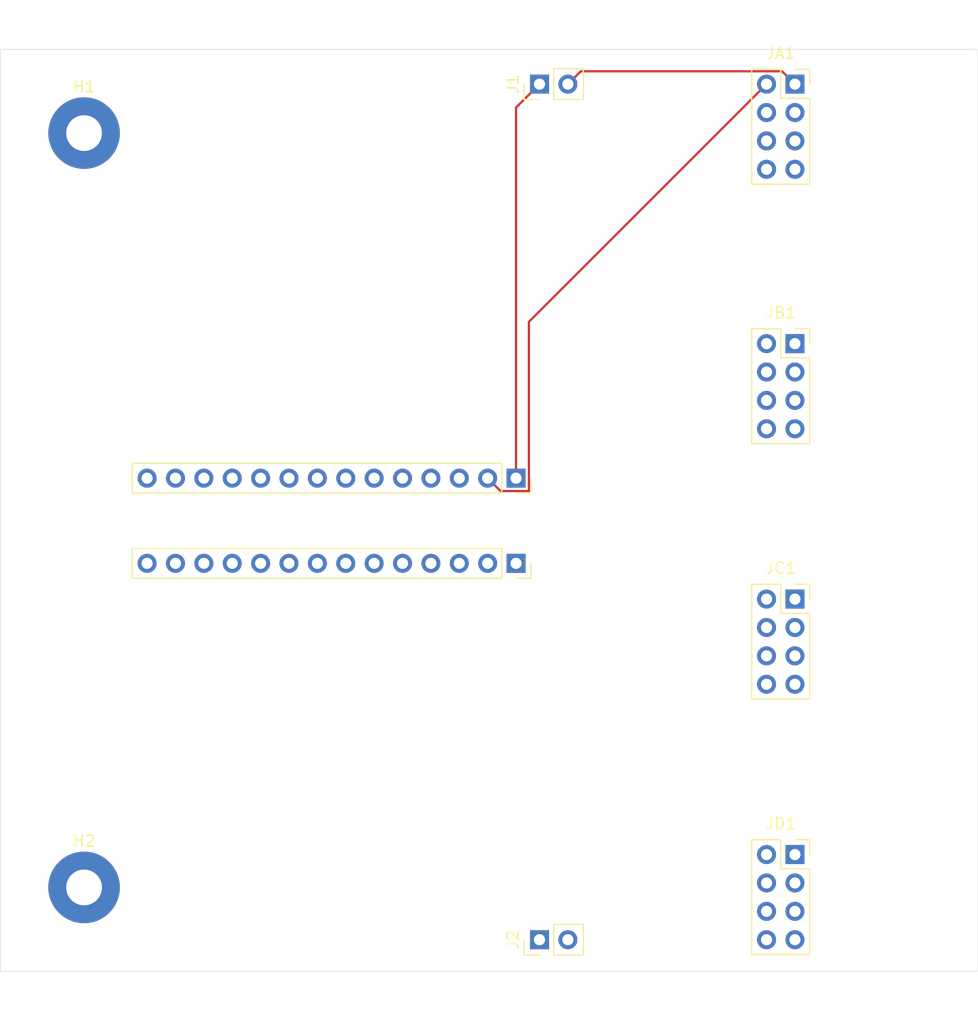
<source format=kicad_pcb>
(kicad_pcb (version 20241229) (generator "pcbnew") (generator_version "9.0")
  (layers (0 "F.Cu" signal) (2 "B.Cu" signal) (13 "F.Paste" user) (15 "B.Paste" user) (5 "F.SilkS" user "F.Silkscreen") (7 "B.SilkS" user "B.Silkscreen") (1 "F.Mask" user) (3 "B.Mask" user) (25 "Edge.Cuts" user))
  (net 0 "")
  (net 1 "/MPW_28_P")
  (net 2 "/MPW_1_C")
  (net 3 "/MPW_1_P")
  (net 4 "/MPW_28_C")
  (net 5 "/MPW_2")
  (net 6 "/MPW_6")
  (net 7 "/MPW_7")
  (net 8 "/MPW_3")
  (net 9 "/MPW_4")
  (net 11 "/MPW_5")
  (net 12 "/MPW_9")
  (net 13 "/MPW_11")
  (net 14 "/MPW_8")
  (net 15 "/MPW_13")
  (net 16 "/MPW_10")
  (net 17 "/MPW_14")
  (net 19 "/MPW_12")
  (net 20 "/MPW_20")
  (net 21 "/MPW_19")
  (net 23 "/MPW_16")
  (net 24 "/MPW_18")
  (net 25 "/MPW_15")
  (net 26 "/MPW_21")
  (net 27 "/MPW_17")
  (net 28 "/MPW_22")
  (net 29 "/MPW_26")
  (net 30 "/MPW_24")
  (net 31 "/MPW_23")
  (net 32 "/MPW_25")
  (net 33 "/MPW_27")
  (footprint "Connector_PinSocket_2.54mm:PinSocket_2x04_P2.54mm_Vertical" (layer "F.Cu") (at 71.12 -73.66)
    (property "Reference" "JB1" (at -1.27 -2.77 0) (layer "F.SilkS"))
    (property "Value" "Conn_02x04_Top_Bottom")
    (fp_line (start -3.87 -1.33) (end -3.87 8.95) (stroke (width 0.12)) (layer "F.SilkS"))
    (fp_line (start -3.87 -1.33) (end -1.27 -1.33) (stroke (width 0.12)) (layer "F.SilkS"))
    (fp_line (start -3.87 8.95) (end 1.33 8.95) (stroke (width 0.12)) (layer "F.SilkS"))
    (fp_line (start -1.27 -1.33) (end -1.27 1.27) (stroke (width 0.12)) (layer "F.SilkS"))
    (fp_line (start -1.27 1.27) (end 1.33 1.27) (stroke (width 0.12)) (layer "F.SilkS"))
    (fp_line (start 0 -1.33) (end 1.33 -1.33) (stroke (width 0.12)) (layer "F.SilkS"))
    (fp_line (start 1.33 -1.33) (end 1.33 0) (stroke (width 0.12)) (layer "F.SilkS"))
    (fp_line (start 1.33 1.27) (end 1.33 8.95) (stroke (width 0.12)) (layer "F.SilkS"))
    (pad "1" thru_hole rect (at 0 0) (size 1.7 1.7) (drill 1) (layers "*.Cu" "*.Mask") (net 14 "/MPW_8"))
    (pad "2" thru_hole circle (at -2.54 0) (size 1.7 1.7) (drill 1) (layers "*.Cu" "*.Mask") (net 12 "/MPW_9"))
    (pad "3" thru_hole circle (at 0 2.54) (size 1.7 1.7) (drill 1) (layers "*.Cu" "*.Mask") (net 16 "/MPW_10"))
    (pad "4" thru_hole circle (at -2.54 2.54) (size 1.7 1.7) (drill 1) (layers "*.Cu" "*.Mask") (net 13 "/MPW_11"))
    (pad "5" thru_hole circle (at 0 5.08) (size 1.7 1.7) (drill 1) (layers "*.Cu" "*.Mask") (net 19 "/MPW_12"))
    (pad "6" thru_hole circle (at -2.54 5.08) (size 1.7 1.7) (drill 1) (layers "*.Cu" "*.Mask") (net 15 "/MPW_13"))
    (pad "7" thru_hole circle (at 0 7.62) (size 1.7 1.7) (drill 1) (layers "*.Cu" "*.Mask") (net 17 "/MPW_14"))
    (pad "8" thru_hole circle (at -2.54 7.62) (size 1.7 1.7) (drill 1) (layers "*.Cu" "*.Mask"))
  )
  (footprint "Connector_PinSocket_2.54mm:PinSocket_2x04_P2.54mm_Vertical" (layer "F.Cu") (at 71.12 -27.94)
    (property "Reference" "JD1" (at -1.27 -2.77 0) (layer "F.SilkS"))
    (property "Value" "Conn_02x04_Top_Bottom")
    (fp_line (start -3.87 -1.33) (end -3.87 8.95) (stroke (width 0.12)) (layer "F.SilkS"))
    (fp_line (start -3.87 -1.33) (end -1.27 -1.33) (stroke (width 0.12)) (layer "F.SilkS"))
    (fp_line (start -3.87 8.95) (end 1.33 8.95) (stroke (width 0.12)) (layer "F.SilkS"))
    (fp_line (start -1.27 -1.33) (end -1.27 1.27) (stroke (width 0.12)) (layer "F.SilkS"))
    (fp_line (start -1.27 1.27) (end 1.33 1.27) (stroke (width 0.12)) (layer "F.SilkS"))
    (fp_line (start 0 -1.33) (end 1.33 -1.33) (stroke (width 0.12)) (layer "F.SilkS"))
    (fp_line (start 1.33 -1.33) (end 1.33 0) (stroke (width 0.12)) (layer "F.SilkS"))
    (fp_line (start 1.33 1.27) (end 1.33 8.95) (stroke (width 0.12)) (layer "F.SilkS"))
    (pad "1" thru_hole rect (at 0 0) (size 1.7 1.7) (drill 1) (layers "*.Cu" "*.Mask") (net 28 "/MPW_22"))
    (pad "2" thru_hole circle (at -2.54 0) (size 1.7 1.7) (drill 1) (layers "*.Cu" "*.Mask") (net 31 "/MPW_23"))
    (pad "3" thru_hole circle (at 0 2.54) (size 1.7 1.7) (drill 1) (layers "*.Cu" "*.Mask") (net 30 "/MPW_24"))
    (pad "4" thru_hole circle (at -2.54 2.54) (size 1.7 1.7) (drill 1) (layers "*.Cu" "*.Mask") (net 32 "/MPW_25"))
    (pad "5" thru_hole circle (at 0 5.08) (size 1.7 1.7) (drill 1) (layers "*.Cu" "*.Mask") (net 29 "/MPW_26"))
    (pad "6" thru_hole circle (at -2.54 5.08) (size 1.7 1.7) (drill 1) (layers "*.Cu" "*.Mask") (net 33 "/MPW_27"))
    (pad "7" thru_hole circle (at 0 7.62) (size 1.7 1.7) (drill 1) (layers "*.Cu" "*.Mask") (net 1 "/MPW_28_P"))
    (pad "8" thru_hole circle (at -2.54 7.62) (size 1.7 1.7) (drill 1) (layers "*.Cu" "*.Mask"))
  )
  (footprint "Connector_PinSocket_2.54mm:PinSocket_2x04_P2.54mm_Vertical" (layer "F.Cu") (at 71.12 -96.88)
    (property "Reference" "JA1" (at -1.27 -2.77 0) (layer "F.SilkS"))
    (property "Value" "Conn_02x04_Top_Bottom")
    (fp_line (start -3.87 -1.33) (end -3.87 8.95) (stroke (width 0.12)) (layer "F.SilkS"))
    (fp_line (start -3.87 -1.33) (end -1.27 -1.33) (stroke (width 0.12)) (layer "F.SilkS"))
    (fp_line (start -3.87 8.95) (end 1.33 8.95) (stroke (width 0.12)) (layer "F.SilkS"))
    (fp_line (start -1.27 -1.33) (end -1.27 1.27) (stroke (width 0.12)) (layer "F.SilkS"))
    (fp_line (start -1.27 1.27) (end 1.33 1.27) (stroke (width 0.12)) (layer "F.SilkS"))
    (fp_line (start 0 -1.33) (end 1.33 -1.33) (stroke (width 0.12)) (layer "F.SilkS"))
    (fp_line (start 1.33 -1.33) (end 1.33 0) (stroke (width 0.12)) (layer "F.SilkS"))
    (fp_line (start 1.33 1.27) (end 1.33 8.95) (stroke (width 0.12)) (layer "F.SilkS"))
    (pad "1" thru_hole rect (at 0 0) (size 1.7 1.7) (drill 1) (layers "*.Cu" "*.Mask") (net 3 "/MPW_1_P"))
    (pad "2" thru_hole circle (at -2.54 0) (size 1.7 1.7) (drill 1) (layers "*.Cu" "*.Mask") (net 5 "/MPW_2"))
    (pad "3" thru_hole circle (at 0 2.54) (size 1.7 1.7) (drill 1) (layers "*.Cu" "*.Mask") (net 8 "/MPW_3"))
    (pad "4" thru_hole circle (at -2.54 2.54) (size 1.7 1.7) (drill 1) (layers "*.Cu" "*.Mask") (net 9 "/MPW_4"))
    (pad "5" thru_hole circle (at 0 5.08) (size 1.7 1.7) (drill 1) (layers "*.Cu" "*.Mask") (net 11 "/MPW_5"))
    (pad "6" thru_hole circle (at -2.54 5.08) (size 1.7 1.7) (drill 1) (layers "*.Cu" "*.Mask") (net 6 "/MPW_6"))
    (pad "7" thru_hole circle (at 0 7.62) (size 1.7 1.7) (drill 1) (layers "*.Cu" "*.Mask") (net 7 "/MPW_7"))
    (pad "8" thru_hole circle (at -2.54 7.62) (size 1.7 1.7) (drill 1) (layers "*.Cu" "*.Mask"))
  )
  (footprint "Connector_PinHeader_2.54mm:PinHeader_1x02_P2.54mm_Vertical" (layer "F.Cu") (at 48.26 -96.88 90)
    (property "Reference" "J1" (at 0 -2.38 90) (layer "F.SilkS"))
    (property "Value" "Conn_01x02_Socket")
    (fp_line (start -1.38 -1.38) (end 0 -1.38) (stroke (width 0.12)) (layer "F.SilkS"))
    (fp_line (start -1.38 0) (end -1.38 -1.38) (stroke (width 0.12)) (layer "F.SilkS"))
    (fp_line (start 1.38 1.27) (end 1.38 3.92) (stroke (width 0.12)) (layer "F.SilkS"))
    (fp_line (start -1.38 1.27) (end 1.38 1.27) (stroke (width 0.12)) (layer "F.SilkS"))
    (fp_line (start -1.38 1.27) (end -1.38 3.92) (stroke (width 0.12)) (layer "F.SilkS"))
    (fp_line (start -1.38 3.92) (end 1.38 3.92) (stroke (width 0.12)) (layer "F.SilkS"))
    (pad "1" thru_hole rect (at 0 0 90) (size 1.7 1.7) (drill 1) (layers "*.Cu" "*.Mask") (net 2 "/MPW_1_C"))
    (pad "2" thru_hole circle (at 0 2.54 90) (size 1.7 1.7) (drill 1) (layers "*.Cu" "*.Mask") (net 3 "/MPW_1_P"))
  )
  (footprint "Connector_PinSocket_2.54mm:PinSocket_2x04_P2.54mm_Vertical" (layer "F.Cu") (at 71.12 -50.8)
    (property "Reference" "JC1" (at -1.27 -2.77 0) (layer "F.SilkS"))
    (property "Value" "Conn_02x04_Top_Bottom")
    (fp_line (start -3.87 -1.33) (end -3.87 8.95) (stroke (width 0.12)) (layer "F.SilkS"))
    (fp_line (start -3.87 -1.33) (end -1.27 -1.33) (stroke (width 0.12)) (layer "F.SilkS"))
    (fp_line (start -3.87 8.95) (end 1.33 8.95) (stroke (width 0.12)) (layer "F.SilkS"))
    (fp_line (start -1.27 -1.33) (end -1.27 1.27) (stroke (width 0.12)) (layer "F.SilkS"))
    (fp_line (start -1.27 1.27) (end 1.33 1.27) (stroke (width 0.12)) (layer "F.SilkS"))
    (fp_line (start 0 -1.33) (end 1.33 -1.33) (stroke (width 0.12)) (layer "F.SilkS"))
    (fp_line (start 1.33 -1.33) (end 1.33 0) (stroke (width 0.12)) (layer "F.SilkS"))
    (fp_line (start 1.33 1.27) (end 1.33 8.95) (stroke (width 0.12)) (layer "F.SilkS"))
    (pad "1" thru_hole rect (at 0 0) (size 1.7 1.7) (drill 1) (layers "*.Cu" "*.Mask") (net 25 "/MPW_15"))
    (pad "2" thru_hole circle (at -2.54 0) (size 1.7 1.7) (drill 1) (layers "*.Cu" "*.Mask") (net 23 "/MPW_16"))
    (pad "3" thru_hole circle (at 0 2.54) (size 1.7 1.7) (drill 1) (layers "*.Cu" "*.Mask") (net 27 "/MPW_17"))
    (pad "4" thru_hole circle (at -2.54 2.54) (size 1.7 1.7) (drill 1) (layers "*.Cu" "*.Mask") (net 24 "/MPW_18"))
    (pad "5" thru_hole circle (at 0 5.08) (size 1.7 1.7) (drill 1) (layers "*.Cu" "*.Mask") (net 21 "/MPW_19"))
    (pad "6" thru_hole circle (at -2.54 5.08) (size 1.7 1.7) (drill 1) (layers "*.Cu" "*.Mask") (net 20 "/MPW_20"))
    (pad "7" thru_hole circle (at 0 7.62) (size 1.7 1.7) (drill 1) (layers "*.Cu" "*.Mask") (net 26 "/MPW_21"))
    (pad "8" thru_hole circle (at -2.54 7.62) (size 1.7 1.7) (drill 1) (layers "*.Cu" "*.Mask"))
  )
  (footprint "MountingHole:MountingHole_3.2mm_M3_Pad" (layer "F.Cu") (at 7.5 -25)
    (property "Reference" "H2" (at 0 -4.15 0) (layer "F.SilkS"))
    (property "Value" "MountingHole_Pad")
    (pad "1" thru_hole circle (at 0 0) (size 6.4 6.4) (drill 3.2) (layers "*.Cu" "*.Mask") (net 1 "/MPW_28_P"))
  )
  (footprint "Connector_PinHeader_2.54mm:PinHeader_1x02_P2.54mm_Vertical" (layer "F.Cu") (at 48.26 -20.32 90)
    (property "Reference" "J2" (at 0 -2.38 90) (layer "F.SilkS"))
    (property "Value" "Conn_01x02_Socket")
    (fp_line (start -1.38 -1.38) (end 0 -1.38) (stroke (width 0.12)) (layer "F.SilkS"))
    (fp_line (start -1.38 0) (end -1.38 -1.38) (stroke (width 0.12)) (layer "F.SilkS"))
    (fp_line (start 1.38 1.27) (end 1.38 3.92) (stroke (width 0.12)) (layer "F.SilkS"))
    (fp_line (start -1.38 1.27) (end 1.38 1.27) (stroke (width 0.12)) (layer "F.SilkS"))
    (fp_line (start -1.38 1.27) (end -1.38 3.92) (stroke (width 0.12)) (layer "F.SilkS"))
    (fp_line (start -1.38 3.92) (end 1.38 3.92) (stroke (width 0.12)) (layer "F.SilkS"))
    (pad "1" thru_hole rect (at 0 0 90) (size 1.7 1.7) (drill 1) (layers "*.Cu" "*.Mask") (net 4 "/MPW_28_C"))
    (pad "2" thru_hole circle (at 0 2.54 90) (size 1.7 1.7) (drill 1) (layers "*.Cu" "*.Mask") (net 1 "/MPW_28_P"))
  )
  (footprint "user_socket28_2p54:user_socket28_2p54" (layer "F.Cu") (at 47.96 -59.87 -90)
    (property "Reference" "U1" (hide yes))
    (property "Value" "phase_accumulator" (hide yes))
    (fp_line (start -3.08 36.15) (end -0.42 36.15) (stroke (width 0.12)) (layer "F.SilkS"))
    (fp_line (start 4.54 36.15) (end 7.2 36.15) (stroke (width 0.12)) (layer "F.SilkS"))
    (fp_line (start -3.08 3.07) (end -3.08 36.15) (stroke (width 0.12)) (layer "F.SilkS"))
    (fp_line (start -3.08 3.07) (end -0.42 3.07) (stroke (width 0.12)) (layer "F.SilkS"))
    (fp_line (start -0.42 3.07) (end -0.42 36.15) (stroke (width 0.12)) (layer "F.SilkS"))
    (fp_line (start 4.54 3.07) (end 4.54 36.15) (stroke (width 0.12)) (layer "F.SilkS"))
    (fp_line (start 4.54 3.07) (end 7.2 3.07) (stroke (width 0.12)) (layer "F.SilkS"))
    (fp_line (start 7.2 3.07) (end 7.2 36.15) (stroke (width 0.12)) (layer "F.SilkS"))
    (fp_line (start -1.75 0.47) (end -0.42 0.47) (stroke (width 0.12)) (layer "F.SilkS"))
    (fp_line (start -0.42 0.47) (end -0.42 1.8) (stroke (width 0.12)) (layer "F.SilkS"))
    (fp_line (start 5.87 0.47) (end 7.2 0.47) (stroke (width 0.12)) (layer "F.SilkS"))
    (fp_line (start 7.2 0.47) (end 7.2 1.8) (stroke (width 0.12)) (layer "F.SilkS"))
    (pad "1" thru_hole rect (at -1.75 1.8 270) (size 1.7 1.7) (drill 1) (layers "*.Cu" "*.Mask") (net 2 "/MPW_1_C"))
    (pad "2" thru_hole circle (at -1.75 4.34 270) (size 1.7 1.7) (drill 1) (layers "*.Cu" "*.Mask") (net 5 "/MPW_2"))
    (pad "3" thru_hole circle (at -1.75 6.88 270) (size 1.7 1.7) (drill 1) (layers "*.Cu" "*.Mask") (net 8 "/MPW_3"))
    (pad "4" thru_hole circle (at -1.75 9.42 270) (size 1.7 1.7) (drill 1) (layers "*.Cu" "*.Mask") (net 9 "/MPW_4"))
    (pad "5" thru_hole circle (at -1.75 11.96 270) (size 1.7 1.7) (drill 1) (layers "*.Cu" "*.Mask") (net 11 "/MPW_5"))
    (pad "6" thru_hole circle (at -1.75 14.5 270) (size 1.7 1.7) (drill 1) (layers "*.Cu" "*.Mask") (net 6 "/MPW_6"))
    (pad "7" thru_hole circle (at -1.75 17.04 270) (size 1.7 1.7) (drill 1) (layers "*.Cu" "*.Mask") (net 7 "/MPW_7"))
    (pad "8" thru_hole circle (at -1.75 19.58 270) (size 1.7 1.7) (drill 1) (layers "*.Cu" "*.Mask") (net 14 "/MPW_8"))
    (pad "9" thru_hole circle (at -1.75 22.12 270) (size 1.7 1.7) (drill 1) (layers "*.Cu" "*.Mask") (net 12 "/MPW_9"))
    (pad "10" thru_hole circle (at -1.75 24.66 270) (size 1.7 1.7) (drill 1) (layers "*.Cu" "*.Mask") (net 16 "/MPW_10"))
    (pad "11" thru_hole circle (at -1.75 27.2 270) (size 1.7 1.7) (drill 1) (layers "*.Cu" "*.Mask") (net 13 "/MPW_11"))
    (pad "12" thru_hole circle (at -1.75 29.74 270) (size 1.7 1.7) (drill 1) (layers "*.Cu" "*.Mask") (net 19 "/MPW_12"))
    (pad "13" thru_hole circle (at -1.75 32.28 270) (size 1.7 1.7) (drill 1) (layers "*.Cu" "*.Mask") (net 15 "/MPW_13"))
    (pad "14" thru_hole circle (at -1.75 34.82 270) (size 1.7 1.7) (drill 1) (layers "*.Cu" "*.Mask") (net 17 "/MPW_14"))
    (pad "15" thru_hole circle (at 5.87 34.82 270) (size 1.7 1.7) (drill 1) (layers "*.Cu" "*.Mask") (net 25 "/MPW_15"))
    (pad "16" thru_hole circle (at 5.87 32.28 270) (size 1.7 1.7) (drill 1) (layers "*.Cu" "*.Mask") (net 23 "/MPW_16"))
    (pad "17" thru_hole circle (at 5.87 29.74 270) (size 1.7 1.7) (drill 1) (layers "*.Cu" "*.Mask") (net 27 "/MPW_17"))
    (pad "18" thru_hole circle (at 5.87 27.2 270) (size 1.7 1.7) (drill 1) (layers "*.Cu" "*.Mask") (net 24 "/MPW_18"))
    (pad "19" thru_hole circle (at 5.87 24.66 270) (size 1.7 1.7) (drill 1) (layers "*.Cu" "*.Mask") (net 21 "/MPW_19"))
    (pad "20" thru_hole circle (at 5.87 22.12 270) (size 1.7 1.7) (drill 1) (layers "*.Cu" "*.Mask") (net 20 "/MPW_20"))
    (pad "21" thru_hole circle (at 5.87 19.58 270) (size 1.7 1.7) (drill 1) (layers "*.Cu" "*.Mask") (net 26 "/MPW_21"))
    (pad "22" thru_hole circle (at 5.87 17.04 270) (size 1.7 1.7) (drill 1) (layers "*.Cu" "*.Mask") (net 28 "/MPW_22"))
    (pad "23" thru_hole circle (at 5.87 14.5 270) (size 1.7 1.7) (drill 1) (layers "*.Cu" "*.Mask") (net 31 "/MPW_23"))
    (pad "24" thru_hole circle (at 5.87 11.96 270) (size 1.7 1.7) (drill 1) (layers "*.Cu" "*.Mask") (net 30 "/MPW_24"))
    (pad "25" thru_hole circle (at 5.87 9.42 270) (size 1.7 1.7) (drill 1) (layers "*.Cu" "*.Mask") (net 32 "/MPW_25"))
    (pad "26" thru_hole circle (at 5.87 6.88 270) (size 1.7 1.7) (drill 1) (layers "*.Cu" "*.Mask") (net 29 "/MPW_26"))
    (pad "27" thru_hole circle (at 5.87 4.34 270) (size 1.7 1.7) (drill 1) (layers "*.Cu" "*.Mask") (net 33 "/MPW_27"))
    (pad "28" thru_hole rect (at 5.87 1.8 270) (size 1.7 1.7) (drill 1) (layers "*.Cu" "*.Mask") (net 4 "/MPW_28_C"))
  )
  (footprint "MountingHole:MountingHole_3.2mm_M3_Pad" (layer "F.Cu") (at 7.5 -92.5)
    (property "Reference" "H1" (at 0 -4.15 0) (layer "F.SilkS"))
    (property "Value" "MountingHole_Pad")
    (pad "1" thru_hole circle (at 0 0) (size 6.4 6.4) (drill 3.2) (layers "*.Cu" "*.Mask") (net 1 "/MPW_28_P"))
  )
  (gr_rect (start 0 -100) (end 87.5 -17.5) (stroke (width 0.05)) (fill no) (layer "Edge.Cuts"))
  (segment (start 46.16 -94.78) (end 48.26 -96.88) (width 0.2) (layer "F.Cu") (net 2))
  (segment (start 46.16 -61.62) (end 46.16 -94.78) (width 0.2) (layer "F.Cu") (net 2))
  (segment (start 51.951 -98.031) (end 69.969 -98.031) (width 0.2) (layer "F.Cu") (net 3))
  (segment (start 69.969 -98.031) (end 71.12 -96.88) (width 0.2) (layer "F.Cu") (net 3))
  (segment (start 50.8 -96.88) (end 51.951 -98.031) (width 0.2) (layer "F.Cu") (net 3))
  (segment (start 47.311 -60.469) (end 47.311 -75.611) (width 0.2) (layer "F.Cu") (net 5))
  (segment (start 44.771 -60.469) (end 47.311 -60.469) (width 0.2) (layer "F.Cu") (net 5))
  (segment (start 43.62 -61.62) (end 44.771 -60.469) (width 0.2) (layer "F.Cu") (net 5))
  (segment (start 47.311 -75.611) (end 68.58 -96.88) (width 0.2) (layer "F.Cu") (net 5))
)
</source>
